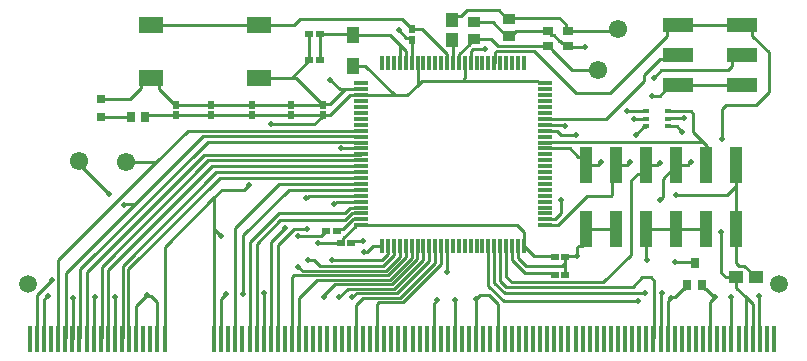
<source format=gtl>
G04*
G04 #@! TF.GenerationSoftware,Altium Limited,Altium Designer,20.0.11 (256)*
G04*
G04 Layer_Physical_Order=1*
G04 Layer_Color=255*
%FSLAX25Y25*%
%MOIN*%
G70*
G01*
G75*
%ADD16C,0.01000*%
%ADD21R,0.03150X0.03150*%
%ADD37R,0.02756X0.03543*%
%ADD38R,0.01968X0.01575*%
%ADD39R,0.10000X0.05000*%
%ADD40R,0.02756X0.03347*%
%ADD41R,0.03937X0.12205*%
%ADD42R,0.04528X0.04134*%
%ADD43R,0.03543X0.03150*%
%ADD44R,0.04134X0.04528*%
%ADD45R,0.04134X0.03740*%
%ADD46R,0.08300X0.05500*%
%ADD47R,0.02598X0.02441*%
%ADD48R,0.02441X0.02598*%
%ADD49R,0.03937X0.05512*%
%ADD50R,0.04724X0.01181*%
%ADD51R,0.01181X0.04724*%
%ADD52R,0.01772X0.09055*%
%ADD53C,0.06102*%
%ADD54C,0.05906*%
%ADD55C,0.02000*%
D16*
X10827Y20027D02*
X15800Y25000D01*
X10827Y5512D02*
Y20027D01*
X216500Y5673D02*
Y24900D01*
X215400Y26000D02*
X216500Y24900D01*
X212600Y26000D02*
X215400D01*
X209400Y22800D02*
X212600Y26000D01*
X167200Y22800D02*
X209400D01*
X50600Y64400D02*
X61074Y74874D01*
X17913Y31713D02*
X50600Y64400D01*
X40400D02*
X50600D01*
X25000Y63519D02*
Y64900D01*
Y63519D02*
X26518Y62001D01*
Y61982D02*
Y62001D01*
Y61982D02*
X34700Y53800D01*
Y53700D02*
Y53800D01*
X39885Y50285D02*
X43385D01*
X39700Y50100D02*
X39885Y50285D01*
X17913Y5512D02*
Y31713D01*
X61074Y74874D02*
X118988D01*
X40400Y64400D02*
X40700Y64100D01*
X43385Y50285D02*
X66100Y73000D01*
X20669Y27569D02*
X43385Y50285D01*
X73800Y71200D02*
X116540D01*
X67800D02*
X73800D01*
X27559Y27759D02*
X66500Y66700D01*
X118898Y66909D02*
X118988Y67000D01*
X116750Y66909D02*
X118898D01*
X116540Y66700D02*
X116750Y66909D01*
X66500Y66700D02*
X116540D01*
X25249Y28649D02*
X67800Y71200D01*
X118898Y71028D02*
X118988Y70937D01*
X116713Y71028D02*
X118898D01*
X116540Y71200D02*
X116713Y71028D01*
X232659Y22966D02*
Y23360D01*
Y22966D02*
X233537Y22088D01*
X233931D01*
X236328Y19691D01*
X236609D01*
X236800Y19500D01*
X227541Y22966D02*
Y23360D01*
X226663Y22088D02*
X227541Y22966D01*
X226269Y22088D02*
X226663D01*
X223472Y19291D02*
X226269Y22088D01*
X222391Y19291D02*
X223472D01*
X222200Y19100D02*
X222391Y19291D01*
X229740Y31200D02*
X230100Y30840D01*
X223600Y31200D02*
X229740D01*
X238900Y27600D02*
Y41000D01*
X219900Y88000D02*
Y88000D01*
X221900Y90000D02*
X245896D01*
X215900Y86500D02*
X218400D01*
X219900Y88000D01*
Y88000D02*
X221900Y90000D01*
X187748Y107961D02*
X203661D01*
X204400Y108700D01*
X181252Y103039D02*
X181449D01*
X182524Y101965D01*
Y101768D02*
Y101965D01*
Y101768D02*
X189191Y95100D01*
X197800D01*
X254800Y87700D02*
Y101096D01*
X250600Y83500D02*
X254800Y87700D01*
X249310Y106586D02*
X254800Y101096D01*
X224400Y110000D02*
X245896D01*
X222786D02*
X224400D01*
X245896D02*
X247310D01*
X249310Y108000D01*
Y106586D02*
Y108000D01*
X240500Y83500D02*
X250600D01*
X239100Y82100D02*
X240500Y83500D01*
X239100Y72200D02*
Y82100D01*
X213300Y91600D02*
Y93600D01*
X200500Y78800D02*
X213300Y91600D01*
Y93600D02*
X218486Y98786D01*
X180023Y78800D02*
X200500D01*
X244482Y100000D02*
X245896D01*
X242482Y98000D02*
X244482Y100000D01*
X242482Y96586D02*
Y98000D01*
X241096Y95200D02*
X242482Y96586D01*
X218970Y95200D02*
X241096D01*
X216370Y92600D02*
X218970Y95200D01*
X190600Y87500D02*
X201700D01*
X220786Y106586D02*
Y108000D01*
X222786Y110000D01*
X201700Y87500D02*
X220786Y106586D01*
X223186Y98786D02*
X224400Y100000D01*
X218486Y98786D02*
X223186D01*
X176600Y101500D02*
X190600Y87500D01*
X224000Y53300D02*
X240900D01*
X244000Y56400D01*
Y42140D02*
Y56400D01*
Y59266D01*
Y63400D01*
X112080Y37300D02*
X112900Y38120D01*
X221340Y76341D02*
X224059D01*
X225900Y74500D01*
X224000Y63400D02*
X227714D01*
X228614Y64300D01*
X228800D01*
X213572Y76054D02*
X213860Y76341D01*
X212953Y76054D02*
X213572D01*
X210500Y73600D02*
X212953Y76054D01*
X214000Y63400D02*
X217452D01*
X218252Y64200D01*
X218500D01*
X210000Y78900D02*
X213860D01*
X209900Y78800D02*
X210000Y78900D01*
X204000Y63400D02*
X207514D01*
X208414Y64300D01*
X208600D01*
X207659Y81459D02*
X213860D01*
X207600Y81400D02*
X207659Y81459D01*
X194000Y63400D02*
X197800D01*
X198900Y64500D01*
X234100Y63400D02*
Y69900D01*
X221340Y81459D02*
X228741D01*
X229600Y80600D01*
Y74400D02*
Y80600D01*
Y74400D02*
X233000Y71000D01*
X221340Y78900D02*
X221440Y79000D01*
X226600D01*
X246648Y29800D02*
X250448Y26000D01*
X245000Y29800D02*
X246648D01*
X244000Y30800D02*
X245000Y29800D01*
X240500Y26000D02*
X243952D01*
X238900Y27600D02*
X240500Y26000D01*
X243952Y22595D02*
Y26000D01*
Y22595D02*
X247047Y19500D01*
X218500Y51700D02*
Y51786D01*
X219500Y58900D02*
X224000Y63400D01*
X219500Y52786D02*
Y58900D01*
X218500Y51786D02*
X219500Y52786D01*
X180075Y71000D02*
X233000D01*
X234100Y69900D01*
X234000Y63400D02*
Y67442D01*
X232531Y68910D02*
X234000Y67442D01*
X244000Y30800D02*
Y42140D01*
X165248Y24752D02*
X167200Y22800D01*
X166700Y20800D02*
X213600D01*
X163279Y24220D02*
X166700Y20800D01*
X163279Y24220D02*
Y36488D01*
X166400Y18100D02*
X210400D01*
X32100Y85353D02*
X41804D01*
X45469Y89017D01*
Y90278D01*
X47719Y92528D01*
X48979D01*
X32253Y79600D02*
X42238D01*
X32100Y79447D02*
X32253Y79600D01*
X47323Y79961D02*
X57087D01*
X46962Y79600D02*
X47323Y79961D01*
X69882Y42000D02*
Y52682D01*
Y5512D02*
Y42000D01*
X70000D02*
X72200Y39800D01*
X69882Y42000D02*
X70000D01*
X194200Y53000D02*
X202018D01*
X202604Y53586D01*
Y62004D01*
X208900Y33600D02*
Y58300D01*
X214000Y61986D02*
Y63400D01*
X212531Y60517D02*
X214000Y61986D01*
X211117Y60517D02*
X212531D01*
X208900Y58300D02*
X211117Y60517D01*
X214300Y31700D02*
Y31971D01*
X214000Y32271D02*
X214300Y31971D01*
X214000Y32271D02*
Y42140D01*
X224000D02*
X234000D01*
X214000D02*
X224000D01*
X194000D02*
X204000D01*
X194000Y38006D02*
Y42140D01*
X192532Y36538D02*
X194000Y38006D01*
X191586Y36538D02*
X192532D01*
X191000Y35952D02*
X191586Y36538D01*
X191000Y33000D02*
Y35952D01*
X185500Y47500D02*
Y51700D01*
X183346Y45347D02*
X185500Y47500D01*
X180012Y70937D02*
X180075Y71000D01*
X180012Y45347D02*
X183346D01*
X180102Y43468D02*
X184669D01*
X194200Y53000D01*
X180012Y43378D02*
X180102Y43468D01*
X202604Y62004D02*
X204000Y63400D01*
X199600Y24300D02*
X208900Y33600D01*
X180012Y68968D02*
X188432D01*
X191117Y66283D01*
X192532D01*
X194000Y64814D01*
Y63400D02*
Y64814D01*
X168397Y105946D02*
X169767Y107316D01*
X162794Y111154D02*
X168003Y105946D01*
X168397D01*
X100815Y97705D02*
X101614Y98504D01*
X247047Y5512D02*
Y19500D01*
X249410Y5512D02*
Y17138D01*
X247047Y19500D02*
X249410Y17138D01*
X251600Y5683D02*
X251772Y5512D01*
X251600Y5683D02*
Y19800D01*
X242323Y5512D02*
Y19477D01*
X242200Y19600D02*
X242323Y19477D01*
X235236Y5512D02*
Y17936D01*
X236800Y19500D01*
X221063Y5512D02*
Y17963D01*
X222200Y19100D01*
X157300Y18700D02*
X158600Y20000D01*
X161600D01*
X164370Y17230D01*
Y5512D02*
Y17230D01*
X157283Y5512D02*
Y18684D01*
X157300Y18700D01*
X150197Y5512D02*
Y18403D01*
X150100Y18500D02*
X150197Y18403D01*
X143110Y17210D02*
X144200Y18300D01*
X143110Y5512D02*
Y17210D01*
X111600Y19400D02*
X111600D01*
X114400Y22200D02*
X130000D01*
X111600Y19400D02*
X114400Y22200D01*
X106500Y19350D02*
Y20000D01*
X86417Y5512D02*
Y20783D01*
X86400Y20800D02*
X86417Y20783D01*
X79500Y20500D02*
Y40000D01*
X72244Y5512D02*
Y18744D01*
X73900Y20400D01*
X47746Y19809D02*
X48891D01*
X47600Y19954D02*
X47746Y19809D01*
X47554Y19954D02*
X47600D01*
X43898Y16298D02*
X47554Y19954D01*
X50984Y5512D02*
Y17716D01*
X48891Y19809D02*
X50984Y17716D01*
X43898Y5512D02*
Y16298D01*
X36811Y5512D02*
Y19411D01*
X37000Y19600D01*
X29724Y5512D02*
Y18754D01*
X30100Y19129D01*
Y19400D01*
X187748Y103039D02*
X187887Y102900D01*
X186673Y104114D02*
X187748Y103039D01*
X22638Y5512D02*
X22700Y5574D01*
Y18729D01*
X22900Y18929D01*
Y19200D01*
X186932Y32800D02*
X187132Y33000D01*
X186785Y32653D02*
X186932Y32800D01*
X187132Y33000D02*
X191000D01*
X108600Y91900D02*
X111846Y88653D01*
X113354D01*
X135363Y105904D02*
X136000Y105268D01*
X133996Y105904D02*
X135363D01*
X131400Y108500D02*
X133996Y105904D01*
X155405Y101305D02*
X156300Y102200D01*
X155405Y97512D02*
Y101305D01*
X156300Y102200D02*
X160300D01*
X107189Y41500D02*
X107268D01*
X106468Y40780D02*
X107189Y41500D01*
X106468Y40701D02*
Y40780D01*
X105468Y39700D02*
X106468Y40701D01*
X97800Y39700D02*
X105468D01*
X115632Y37400D02*
X116232Y38000D01*
X119600D01*
X185000Y104900D02*
X185100D01*
X185886Y104114D02*
X186673D01*
X185100Y104900D02*
X185886Y104114D01*
X182327Y106886D02*
X183014D01*
X185000Y104900D01*
X181252Y107961D02*
X182327Y106886D01*
X170353Y107961D02*
X181252D01*
X187887Y102900D02*
X193500D01*
X180012Y74874D02*
X180038Y74900D01*
X184100D01*
X185500Y73500D01*
X190600D01*
X180012Y76842D02*
X186087D01*
X186429Y76500D01*
X186700D01*
X14300Y19700D02*
X14400D01*
X13189Y18589D02*
X14300Y19700D01*
X13189Y5512D02*
Y18589D01*
X15800Y25000D02*
Y25200D01*
X79700Y55200D02*
X81400Y56900D01*
X72400Y55200D02*
X79700D01*
X69882Y52682D02*
X72400Y55200D01*
X53347Y5512D02*
Y36147D01*
X69882Y52682D01*
X41339Y28639D02*
X71826Y59126D01*
X41339Y5709D02*
Y28639D01*
X71826Y59126D02*
X118988D01*
X70595Y61094D02*
X118988D01*
X39370Y5709D02*
Y29870D01*
X70595Y61094D01*
X69163Y63063D02*
X118988D01*
X34449Y5512D02*
Y28349D01*
X69163Y63063D01*
X32480Y10125D02*
Y29580D01*
X67931Y65031D02*
X118988D01*
X32480Y29580D02*
X67931Y65031D01*
X27559Y5709D02*
Y27759D01*
X25249Y5761D02*
Y28649D01*
X20669Y10125D02*
Y27569D01*
X66100Y73000D02*
X118988D01*
X118957Y69000D02*
X118988Y68968D01*
X112200Y69000D02*
X118957D01*
X173122Y36488D02*
X176410Y33200D01*
X183068D01*
X183468Y32800D01*
X173122Y36488D02*
Y41178D01*
X170922Y43378D02*
X173122Y41178D01*
X118988Y43378D02*
X170922D01*
X106299Y79882D02*
Y79961D01*
X105579Y79161D02*
X106299Y79882D01*
X105500Y79161D02*
X105579D01*
X103339Y77000D02*
X105500Y79161D01*
X88800Y77000D02*
X103339D01*
X113354Y88653D02*
X118988D01*
X106608Y83734D02*
X108434D01*
X106299Y83425D02*
X106608Y83734D01*
X108434D02*
X113354Y88653D01*
X95472Y83425D02*
X106299D01*
Y83398D02*
Y83425D01*
X112900Y38120D02*
Y39000D01*
X117217Y43378D02*
X118988D01*
X117126Y43287D02*
X117217Y43378D01*
X117126Y43226D02*
Y43287D01*
X112900Y39000D02*
X117126Y43226D01*
X104500Y37300D02*
X112080D01*
X118761Y45300D02*
X118898Y45437D01*
X116100Y45300D02*
X118761D01*
X110732Y41500D02*
X111269Y42037D01*
X112837D01*
X116100Y45300D01*
X163370Y97602D02*
Y100914D01*
X163956Y101500D01*
X176600D01*
X162054Y105446D02*
X164400Y103100D01*
X181191D02*
X181252Y103039D01*
X164400Y103100D02*
X181191D01*
X163279Y97512D02*
X163370Y97602D01*
X156600Y105446D02*
X162054D01*
X156600Y111154D02*
X162794D01*
X169767Y107316D02*
Y107375D01*
X170353Y107961D01*
X168200Y111654D02*
X169046Y112500D01*
X168003Y111654D02*
X168200D01*
X166633Y113024D02*
X168003Y111654D01*
X166633Y113024D02*
Y113221D01*
X164754Y115100D02*
X166633Y113221D01*
X154200Y115100D02*
X164754D01*
X149300Y111748D02*
X150733Y113181D01*
X152281D01*
X154200Y115100D01*
X153437Y92461D02*
Y97512D01*
X152851Y91875D02*
X153437Y92461D01*
X152851Y91600D02*
Y91875D01*
X178240Y90622D02*
X180012D01*
X178150Y90713D02*
X178240Y90622D01*
X178150Y90713D02*
Y91014D01*
X177564Y91600D02*
X178150Y91014D01*
X152851Y91600D02*
X177564D01*
X137789Y90189D02*
X139200Y91600D01*
X152851D01*
X137689Y90189D02*
X137789D01*
X130100Y86685D02*
X134185D01*
X137689Y90189D01*
Y97512D01*
X151469D02*
X151559Y97602D01*
Y100405D01*
X155033Y103879D01*
Y104076D01*
X156403Y105446D01*
X156600D01*
X149500Y97512D02*
Y105052D01*
X149300Y105252D02*
X149500Y105052D01*
X136000Y108732D02*
X136032Y108700D01*
X139200D01*
X147441Y97602D02*
X147531Y97512D01*
X147441Y97602D02*
Y100459D01*
X139200Y108700D02*
X147441Y100459D01*
X135280Y109531D02*
X136000Y108811D01*
X132606Y112205D02*
X135280Y109531D01*
X135721Y97512D02*
Y104988D01*
X136000Y105268D01*
X118988Y86685D02*
X130100D01*
X116100Y96482D02*
X120303D01*
X130100Y86685D01*
X131783Y103316D02*
X133752Y101348D01*
X131783Y97512D02*
Y103316D01*
X128382Y106718D02*
X131783Y103316D01*
X114673Y107283D02*
X115669Y106287D01*
X116100Y106718D02*
X128382D01*
X133752Y97512D02*
Y101348D01*
X115085Y86685D02*
X118988D01*
X108434Y80034D02*
X115085Y86685D01*
X106299Y79961D02*
X106372Y80034D01*
X108434D01*
X105079Y107283D02*
X114673D01*
X105079Y98425D02*
Y107283D01*
X161311Y23189D02*
Y36488D01*
Y23189D02*
X166400Y18100D01*
X165248Y24752D02*
Y36488D01*
X167217Y26283D02*
Y36488D01*
Y26283D02*
X169200Y24300D01*
X199600D01*
X218909Y20609D02*
X219100Y20800D01*
X218700Y5513D02*
Y19714D01*
X218909Y19923D01*
Y20609D01*
X218700Y5513D02*
X218701Y5512D01*
X173600Y27300D02*
X183468D01*
X169185Y31715D02*
Y36488D01*
Y31715D02*
X173600Y27300D01*
X171244Y32356D02*
Y36398D01*
Y32356D02*
X173800Y29800D01*
X186785Y26948D02*
Y30665D01*
Y26948D02*
X186932Y26800D01*
X185919Y29800D02*
X186785Y30665D01*
X173800Y29800D02*
X185919D01*
X186785Y30665D02*
Y32653D01*
X180012Y78811D02*
X180023Y78800D01*
X147531Y27931D02*
Y36488D01*
X147500Y27900D02*
X147531Y27931D01*
X145563Y30363D02*
Y36488D01*
X132900Y17700D02*
X145563Y30363D01*
X124798Y17700D02*
X132900D01*
X124213Y5512D02*
Y17114D01*
X124798Y17700D01*
X117236Y5622D02*
Y16836D01*
X119600Y19200D02*
X131900D01*
X117236Y16836D02*
X119600Y19200D01*
X131900D02*
X143534Y30834D01*
X116000Y19291D02*
X117409Y20700D01*
X130900D02*
X141626Y31426D01*
X117409Y20700D02*
X130900D01*
X130000Y22200D02*
X139597Y31797D01*
X106500Y20000D02*
X110200Y23700D01*
X129200D02*
X137628Y32128D01*
X110200Y23700D02*
X129200D01*
X98327Y19227D02*
X104300Y25200D01*
X98327Y5610D02*
Y19227D01*
X104300Y25200D02*
X128500D01*
X135721Y32421D01*
X127800Y26700D02*
X133752Y32652D01*
X95866Y5512D02*
Y26114D01*
X96452Y26700D01*
X127800D01*
X98000Y29600D02*
X99400Y28200D01*
X127100D01*
X109200Y31800D02*
X125800D01*
X109200Y31571D02*
Y31800D01*
X101200Y31900D02*
X103100D01*
X105300Y29700D01*
X126200D02*
X129815Y33315D01*
X105300Y29700D02*
X126200D01*
X127100Y28200D02*
X131783Y32883D01*
X125800Y31800D02*
X127756Y33756D01*
X119900Y34300D02*
X120091Y34491D01*
X120791D02*
X122788Y36488D01*
X125878D01*
X120091Y34491D02*
X120791D01*
X143534Y30834D02*
Y36428D01*
X141626Y31426D02*
Y36488D01*
X139597Y31797D02*
Y36428D01*
X137628Y32128D02*
Y36428D01*
X135721Y32421D02*
Y36488D01*
X133752Y32652D02*
Y36488D01*
X131783Y32883D02*
Y36488D01*
X129815Y33315D02*
Y36488D01*
X127756Y36398D02*
X127847Y36488D01*
X127756Y33756D02*
Y36398D01*
X91142Y5512D02*
Y36642D01*
X96500Y42000D02*
X101000D01*
X91142Y36642D02*
X96500Y42000D01*
X88779Y37780D02*
X93500Y42500D01*
X88779Y5512D02*
Y37780D01*
X84055Y5512D02*
Y37055D01*
X92000Y45000D02*
X113500D01*
X84055Y37055D02*
X92000Y45000D01*
X113500D02*
X115815Y47315D01*
X81693Y5512D02*
Y37693D01*
X91500Y47500D01*
X113500D01*
X115283Y49283D01*
X100500Y52500D02*
X100771D01*
X101491Y53220D01*
X118988D01*
X110000Y50500D02*
X110752Y51252D01*
X94689Y55189D02*
X118988D01*
X79500Y40000D02*
X94689Y55189D01*
X77000Y5543D02*
Y42500D01*
X91658Y57157D02*
X118988D01*
X77000Y42500D02*
X91658Y57157D01*
X115815Y47315D02*
X118988D01*
X115283Y49283D02*
X118988D01*
X110752Y51252D02*
X118988D01*
X187050Y108658D02*
X187748Y107961D01*
X187050Y108658D02*
Y110450D01*
X185000Y112500D02*
X187050Y110450D01*
X169046Y112500D02*
X185000D01*
X171153Y36488D02*
X171244Y36398D01*
X76968Y5512D02*
X77000Y5543D01*
X216339Y5512D02*
X216500Y5673D01*
X117126Y5512D02*
X117236Y5622D01*
X118898Y45437D02*
X118988Y45346D01*
X98228Y5512D02*
X98327Y5610D01*
X137628Y36428D02*
X137689Y36488D01*
X139597Y36428D02*
X139657Y36488D01*
X143534Y36428D02*
X143595Y36488D01*
X41339Y5709D02*
X41535Y5512D01*
X39173D02*
X39370Y5709D01*
X32087Y5512D02*
X32472Y5898D01*
Y10117D01*
X32480Y10125D01*
X27362Y5512D02*
X27559Y5709D01*
X25000Y5512D02*
X25249Y5761D01*
X20276Y5512D02*
X20661Y5898D01*
Y10117D01*
X20669Y10125D01*
X149500Y97512D02*
X149500Y97512D01*
X147531Y97512D02*
X147531Y97512D01*
X136000Y108732D02*
Y108811D01*
X135201Y109531D02*
X135280D01*
X98425Y112205D02*
X132606D01*
X84879Y110228D02*
X96448D01*
X98425Y112205D01*
X48979Y110228D02*
X84879D01*
X101614Y98504D02*
Y107283D01*
X105579Y84224D02*
X106299Y83504D01*
X105500Y84224D02*
X105579D01*
X97197Y92528D02*
X105500Y84224D01*
X95717Y92528D02*
X97197D01*
X84879D02*
X95717D01*
X100815Y97626D01*
Y97705D01*
X48979Y92528D02*
X49398D01*
X51648Y90278D01*
Y88864D02*
Y90278D01*
Y88864D02*
X56287Y84224D01*
X56366D01*
X57087Y83504D01*
Y83425D02*
Y83504D01*
Y83425D02*
X68898D01*
X82677D01*
X95472D01*
X57087Y79961D02*
X68898D01*
X82677D01*
X95472D01*
X106299D01*
D21*
X32100Y79447D02*
D03*
Y85353D02*
D03*
D37*
X230100Y30840D02*
D03*
X232659Y23360D02*
D03*
X227541D02*
D03*
D38*
X213860Y76341D02*
D03*
Y78900D02*
D03*
Y81459D02*
D03*
X221340D02*
D03*
Y78900D02*
D03*
Y76341D02*
D03*
D39*
X245896Y90000D02*
D03*
X224400D02*
D03*
X245896Y100000D02*
D03*
X224400D02*
D03*
X245896Y110000D02*
D03*
X224400D02*
D03*
D40*
X46962Y79600D02*
D03*
X42238D02*
D03*
D41*
X194000Y42140D02*
D03*
X204000D02*
D03*
X194000Y63400D02*
D03*
X204000D02*
D03*
X214000Y42140D02*
D03*
Y63400D02*
D03*
X224000Y42140D02*
D03*
Y63400D02*
D03*
X234000Y42140D02*
D03*
Y63400D02*
D03*
X244000Y42140D02*
D03*
Y63400D02*
D03*
D42*
X250448Y26000D02*
D03*
X243952D02*
D03*
D43*
X181252Y103039D02*
D03*
X187748D02*
D03*
X181252Y107961D02*
D03*
X187748D02*
D03*
D44*
X149300Y105252D02*
D03*
Y111748D02*
D03*
D45*
X168200Y106446D02*
D03*
Y112154D02*
D03*
X156600Y105446D02*
D03*
Y111154D02*
D03*
D46*
X48979Y92528D02*
D03*
X84879D02*
D03*
X48979Y110228D02*
D03*
X84879D02*
D03*
D47*
X107268Y41500D02*
D03*
X110732D02*
D03*
X112168Y37400D02*
D03*
X115632D02*
D03*
X183468Y32800D02*
D03*
X186932D02*
D03*
X101614Y98425D02*
D03*
X105079D02*
D03*
X101614Y107283D02*
D03*
X105079D02*
D03*
X186932Y26800D02*
D03*
X183468D02*
D03*
D48*
X68898Y79961D02*
D03*
Y83425D02*
D03*
X82677Y79961D02*
D03*
Y83425D02*
D03*
X95472Y79961D02*
D03*
Y83425D02*
D03*
X106299Y79961D02*
D03*
Y83425D02*
D03*
X57087Y79961D02*
D03*
Y83425D02*
D03*
X136000Y105268D02*
D03*
Y108732D02*
D03*
D49*
X116100Y96482D02*
D03*
Y106718D02*
D03*
D50*
X180012Y90622D02*
D03*
Y88653D02*
D03*
Y86685D02*
D03*
Y84716D02*
D03*
Y82748D02*
D03*
Y80779D02*
D03*
Y78811D02*
D03*
Y76842D02*
D03*
Y74874D02*
D03*
Y72905D02*
D03*
Y70937D02*
D03*
Y68968D02*
D03*
Y67000D02*
D03*
Y65031D02*
D03*
Y63063D02*
D03*
Y61094D02*
D03*
Y59126D02*
D03*
Y57157D02*
D03*
Y55189D02*
D03*
Y53220D02*
D03*
Y51252D02*
D03*
Y49283D02*
D03*
Y47315D02*
D03*
Y45347D02*
D03*
Y43378D02*
D03*
X118988D02*
D03*
Y45346D02*
D03*
Y47315D02*
D03*
Y49283D02*
D03*
Y51252D02*
D03*
Y53220D02*
D03*
Y55189D02*
D03*
Y57157D02*
D03*
Y59126D02*
D03*
Y61094D02*
D03*
Y63063D02*
D03*
Y65031D02*
D03*
Y67000D02*
D03*
Y68968D02*
D03*
Y70937D02*
D03*
Y72905D02*
D03*
Y74874D02*
D03*
Y76842D02*
D03*
Y78811D02*
D03*
Y80779D02*
D03*
Y82748D02*
D03*
Y84716D02*
D03*
Y86685D02*
D03*
Y88653D02*
D03*
Y90622D02*
D03*
D51*
X173122Y36488D02*
D03*
X171153D02*
D03*
X169185D02*
D03*
X167217D02*
D03*
X165248D02*
D03*
X163279D02*
D03*
X161311D02*
D03*
X159343D02*
D03*
X157374D02*
D03*
X155405D02*
D03*
X153437D02*
D03*
X151469Y36488D02*
D03*
X149500D02*
D03*
X147531D02*
D03*
X145563Y36488D02*
D03*
X143595D02*
D03*
X141626D02*
D03*
X139657D02*
D03*
X137689D02*
D03*
X135721Y36488D02*
D03*
X133752D02*
D03*
X131783Y36488D02*
D03*
X129815D02*
D03*
X127847D02*
D03*
X125878D02*
D03*
Y97512D02*
D03*
X127847Y97512D02*
D03*
X129815D02*
D03*
X131783D02*
D03*
X133752Y97512D02*
D03*
X135721D02*
D03*
X137689D02*
D03*
X139657D02*
D03*
X141626D02*
D03*
X143595D02*
D03*
X145563D02*
D03*
X147531D02*
D03*
X149500D02*
D03*
X151469D02*
D03*
X153437Y97512D02*
D03*
X155405D02*
D03*
X157374D02*
D03*
X159343Y97512D02*
D03*
X161311D02*
D03*
X163279D02*
D03*
X165248D02*
D03*
X167217D02*
D03*
X169185Y97512D02*
D03*
X171153D02*
D03*
X173122Y97512D02*
D03*
D52*
X8465Y5512D02*
D03*
X10827D02*
D03*
X13189D02*
D03*
X15551D02*
D03*
X17913D02*
D03*
X20276D02*
D03*
X22638D02*
D03*
X25000D02*
D03*
X27362D02*
D03*
X29724D02*
D03*
X32087D02*
D03*
X34449D02*
D03*
X36811D02*
D03*
X39173D02*
D03*
X41535D02*
D03*
X43898D02*
D03*
X46260D02*
D03*
X48622D02*
D03*
X50984D02*
D03*
X53347D02*
D03*
X69882D02*
D03*
X72244D02*
D03*
X74606D02*
D03*
X76968D02*
D03*
X79331D02*
D03*
X81693D02*
D03*
X84055D02*
D03*
X86417D02*
D03*
X88779D02*
D03*
X91142D02*
D03*
X93504D02*
D03*
X95866D02*
D03*
X98228D02*
D03*
X100591D02*
D03*
X102953D02*
D03*
X105315D02*
D03*
X107677D02*
D03*
X110039D02*
D03*
X112402D02*
D03*
X114764D02*
D03*
X117126D02*
D03*
X119488D02*
D03*
X121850D02*
D03*
X124213D02*
D03*
X126575D02*
D03*
X128937D02*
D03*
X131299D02*
D03*
X133661D02*
D03*
X136024D02*
D03*
X138386D02*
D03*
X140748D02*
D03*
X143110D02*
D03*
X145473D02*
D03*
X147835D02*
D03*
X150197D02*
D03*
X152559D02*
D03*
X154921D02*
D03*
X157283D02*
D03*
X159646D02*
D03*
X162008D02*
D03*
X164370D02*
D03*
X166732D02*
D03*
X169095D02*
D03*
X171457D02*
D03*
X173819D02*
D03*
X176181D02*
D03*
X178543D02*
D03*
X180905D02*
D03*
X183268D02*
D03*
X185630D02*
D03*
X187992D02*
D03*
X190354D02*
D03*
X192717D02*
D03*
X195079D02*
D03*
X197441D02*
D03*
X199803D02*
D03*
X202165D02*
D03*
X204528D02*
D03*
X206890D02*
D03*
X209252D02*
D03*
X211614D02*
D03*
X213976D02*
D03*
X216339D02*
D03*
X218701D02*
D03*
X221063D02*
D03*
X223425D02*
D03*
X225787D02*
D03*
X228150D02*
D03*
X230512D02*
D03*
X232874D02*
D03*
X235236D02*
D03*
X237598D02*
D03*
X239961D02*
D03*
X242323D02*
D03*
X244685D02*
D03*
X247047D02*
D03*
X249410D02*
D03*
X251772D02*
D03*
X254134D02*
D03*
X256496D02*
D03*
D53*
X25000Y64900D02*
D03*
X40400Y64400D02*
D03*
X204400Y108700D02*
D03*
X197800Y95100D02*
D03*
D54*
X7874Y23622D02*
D03*
X258268D02*
D03*
D55*
X39700Y50100D02*
D03*
X34700Y53700D02*
D03*
X223600Y31200D02*
D03*
X238900Y41000D02*
D03*
X215900Y86500D02*
D03*
X216370Y92600D02*
D03*
X225900Y74500D02*
D03*
X228800Y64300D02*
D03*
X210500Y73600D02*
D03*
X218500Y64200D02*
D03*
X209900Y78800D02*
D03*
X208600Y64300D02*
D03*
X207600Y81400D02*
D03*
X198900Y64500D02*
D03*
X226600Y79000D02*
D03*
X239100Y72200D02*
D03*
X224000Y53300D02*
D03*
X213600Y20800D02*
D03*
X211200Y18100D02*
D03*
X72200Y39800D02*
D03*
X218500Y51700D02*
D03*
X214300Y31700D02*
D03*
X185500Y51700D02*
D03*
X251600Y19800D02*
D03*
X242200Y19600D02*
D03*
X236800Y19500D02*
D03*
X222200Y19100D02*
D03*
X157300Y18700D02*
D03*
X150100Y18500D02*
D03*
X144200Y18300D02*
D03*
X106500Y19350D02*
D03*
X111600Y19400D02*
D03*
X86400Y20800D02*
D03*
X47600Y19954D02*
D03*
X73900Y20400D02*
D03*
X37000Y19600D02*
D03*
X30100Y19400D02*
D03*
X22900Y19200D02*
D03*
X191000Y33000D02*
D03*
X108600Y91900D02*
D03*
X131400Y108500D02*
D03*
X160300Y102200D02*
D03*
X97800Y39700D02*
D03*
X119600Y38000D02*
D03*
X193500Y102900D02*
D03*
X190600Y73500D02*
D03*
X186700Y76500D02*
D03*
X14400Y19700D02*
D03*
X15800Y25200D02*
D03*
X81400Y56900D02*
D03*
X112200Y69000D02*
D03*
X88800Y77000D02*
D03*
X104500Y37300D02*
D03*
X219100Y20800D02*
D03*
X147500Y27900D02*
D03*
X116000Y19291D02*
D03*
X109200Y31800D02*
D03*
X98000Y29600D02*
D03*
X101200Y31900D02*
D03*
X119900Y34300D02*
D03*
X101000Y42000D02*
D03*
X93500Y42500D02*
D03*
X100500Y52500D02*
D03*
X110000Y50500D02*
D03*
X79500Y20500D02*
D03*
M02*

</source>
